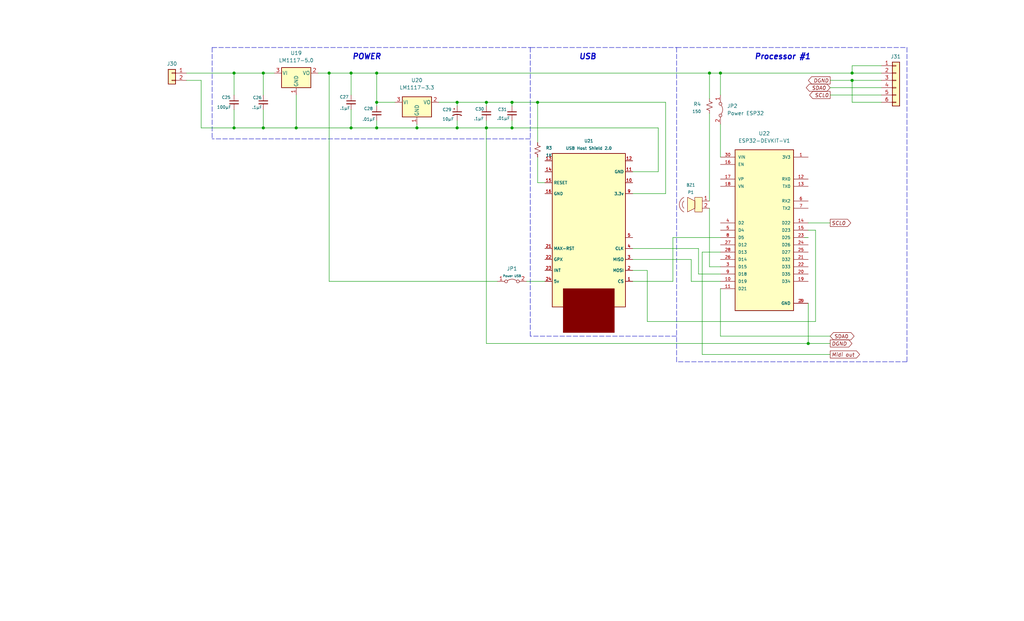
<source format=kicad_sch>
(kicad_sch (version 20211123) (generator eeschema)

  (uuid 0bc86cc1-c86c-41e0-9315-281c18af05f0)

  (paper "USLegal")

  (title_block
    (title "Synth #2")
    (date "2023-07-27")
    (rev "0.1")
    (company "      MLE Tech                  Cedar Park, TX")
    (comment 2 "In Development")
  )

  (lib_symbols
    (symbol "Connector_Generic:Conn_01x02" (pin_names (offset 1.016) hide) (in_bom yes) (on_board yes)
      (property "Reference" "J" (id 0) (at 0 2.54 0)
        (effects (font (size 1.27 1.27)))
      )
      (property "Value" "Conn_01x02" (id 1) (at 0 -5.08 0)
        (effects (font (size 1.27 1.27)))
      )
      (property "Footprint" "" (id 2) (at 0 0 0)
        (effects (font (size 1.27 1.27)) hide)
      )
      (property "Datasheet" "~" (id 3) (at 0 0 0)
        (effects (font (size 1.27 1.27)) hide)
      )
      (property "ki_keywords" "connector" (id 4) (at 0 0 0)
        (effects (font (size 1.27 1.27)) hide)
      )
      (property "ki_description" "Generic connector, single row, 01x02, script generated (kicad-library-utils/schlib/autogen/connector/)" (id 5) (at 0 0 0)
        (effects (font (size 1.27 1.27)) hide)
      )
      (property "ki_fp_filters" "Connector*:*_1x??_*" (id 6) (at 0 0 0)
        (effects (font (size 1.27 1.27)) hide)
      )
      (symbol "Conn_01x02_1_1"
        (rectangle (start -1.27 -2.413) (end 0 -2.667)
          (stroke (width 0.1524) (type default) (color 0 0 0 0))
          (fill (type none))
        )
        (rectangle (start -1.27 0.127) (end 0 -0.127)
          (stroke (width 0.1524) (type default) (color 0 0 0 0))
          (fill (type none))
        )
        (rectangle (start -1.27 1.27) (end 1.27 -3.81)
          (stroke (width 0.254) (type default) (color 0 0 0 0))
          (fill (type background))
        )
        (pin passive line (at -5.08 0 0) (length 3.81)
          (name "Pin_1" (effects (font (size 1.27 1.27))))
          (number "1" (effects (font (size 1.27 1.27))))
        )
        (pin passive line (at -5.08 -2.54 0) (length 3.81)
          (name "Pin_2" (effects (font (size 1.27 1.27))))
          (number "2" (effects (font (size 1.27 1.27))))
        )
      )
    )
    (symbol "Connector_Generic:Conn_01x06" (pin_names (offset 1.016) hide) (in_bom yes) (on_board yes)
      (property "Reference" "J" (id 0) (at 0 7.62 0)
        (effects (font (size 1.27 1.27)))
      )
      (property "Value" "Conn_01x06" (id 1) (at 0 -10.16 0)
        (effects (font (size 1.27 1.27)))
      )
      (property "Footprint" "" (id 2) (at 0 0 0)
        (effects (font (size 1.27 1.27)) hide)
      )
      (property "Datasheet" "~" (id 3) (at 0 0 0)
        (effects (font (size 1.27 1.27)) hide)
      )
      (property "ki_keywords" "connector" (id 4) (at 0 0 0)
        (effects (font (size 1.27 1.27)) hide)
      )
      (property "ki_description" "Generic connector, single row, 01x06, script generated (kicad-library-utils/schlib/autogen/connector/)" (id 5) (at 0 0 0)
        (effects (font (size 1.27 1.27)) hide)
      )
      (property "ki_fp_filters" "Connector*:*_1x??_*" (id 6) (at 0 0 0)
        (effects (font (size 1.27 1.27)) hide)
      )
      (symbol "Conn_01x06_1_1"
        (rectangle (start -1.27 -7.493) (end 0 -7.747)
          (stroke (width 0.1524) (type default) (color 0 0 0 0))
          (fill (type none))
        )
        (rectangle (start -1.27 -4.953) (end 0 -5.207)
          (stroke (width 0.1524) (type default) (color 0 0 0 0))
          (fill (type none))
        )
        (rectangle (start -1.27 -2.413) (end 0 -2.667)
          (stroke (width 0.1524) (type default) (color 0 0 0 0))
          (fill (type none))
        )
        (rectangle (start -1.27 0.127) (end 0 -0.127)
          (stroke (width 0.1524) (type default) (color 0 0 0 0))
          (fill (type none))
        )
        (rectangle (start -1.27 2.667) (end 0 2.413)
          (stroke (width 0.1524) (type default) (color 0 0 0 0))
          (fill (type none))
        )
        (rectangle (start -1.27 5.207) (end 0 4.953)
          (stroke (width 0.1524) (type default) (color 0 0 0 0))
          (fill (type none))
        )
        (rectangle (start -1.27 6.35) (end 1.27 -8.89)
          (stroke (width 0.254) (type default) (color 0 0 0 0))
          (fill (type background))
        )
        (pin passive line (at -5.08 5.08 0) (length 3.81)
          (name "Pin_1" (effects (font (size 1.27 1.27))))
          (number "1" (effects (font (size 1.27 1.27))))
        )
        (pin passive line (at -5.08 2.54 0) (length 3.81)
          (name "Pin_2" (effects (font (size 1.27 1.27))))
          (number "2" (effects (font (size 1.27 1.27))))
        )
        (pin passive line (at -5.08 0 0) (length 3.81)
          (name "Pin_3" (effects (font (size 1.27 1.27))))
          (number "3" (effects (font (size 1.27 1.27))))
        )
        (pin passive line (at -5.08 -2.54 0) (length 3.81)
          (name "Pin_4" (effects (font (size 1.27 1.27))))
          (number "4" (effects (font (size 1.27 1.27))))
        )
        (pin passive line (at -5.08 -5.08 0) (length 3.81)
          (name "Pin_5" (effects (font (size 1.27 1.27))))
          (number "5" (effects (font (size 1.27 1.27))))
        )
        (pin passive line (at -5.08 -7.62 0) (length 3.81)
          (name "Pin_6" (effects (font (size 1.27 1.27))))
          (number "6" (effects (font (size 1.27 1.27))))
        )
      )
    )
    (symbol "Device:C_Polarized_Small_US" (pin_numbers hide) (pin_names (offset 0.254) hide) (in_bom yes) (on_board yes)
      (property "Reference" "C" (id 0) (at 0.254 1.778 0)
        (effects (font (size 1.27 1.27)) (justify left))
      )
      (property "Value" "C_Polarized_Small_US" (id 1) (at 0.254 -2.032 0)
        (effects (font (size 1.27 1.27)) (justify left))
      )
      (property "Footprint" "" (id 2) (at 0 0 0)
        (effects (font (size 1.27 1.27)) hide)
      )
      (property "Datasheet" "~" (id 3) (at 0 0 0)
        (effects (font (size 1.27 1.27)) hide)
      )
      (property "ki_keywords" "cap capacitor" (id 4) (at 0 0 0)
        (effects (font (size 1.27 1.27)) hide)
      )
      (property "ki_description" "Polarized capacitor, small US symbol" (id 5) (at 0 0 0)
        (effects (font (size 1.27 1.27)) hide)
      )
      (property "ki_fp_filters" "CP_*" (id 6) (at 0 0 0)
        (effects (font (size 1.27 1.27)) hide)
      )
      (symbol "C_Polarized_Small_US_0_1"
        (polyline
          (pts
            (xy -1.524 0.508)
            (xy 1.524 0.508)
          )
          (stroke (width 0.3048) (type default) (color 0 0 0 0))
          (fill (type none))
        )
        (polyline
          (pts
            (xy -1.27 1.524)
            (xy -0.762 1.524)
          )
          (stroke (width 0) (type default) (color 0 0 0 0))
          (fill (type none))
        )
        (polyline
          (pts
            (xy -1.016 1.27)
            (xy -1.016 1.778)
          )
          (stroke (width 0) (type default) (color 0 0 0 0))
          (fill (type none))
        )
        (arc (start 1.524 -0.762) (mid 0 -0.3734) (end -1.524 -0.762)
          (stroke (width 0.3048) (type default) (color 0 0 0 0))
          (fill (type none))
        )
      )
      (symbol "C_Polarized_Small_US_1_1"
        (pin passive line (at 0 2.54 270) (length 2.032)
          (name "~" (effects (font (size 1.27 1.27))))
          (number "1" (effects (font (size 1.27 1.27))))
        )
        (pin passive line (at 0 -2.54 90) (length 2.032)
          (name "~" (effects (font (size 1.27 1.27))))
          (number "2" (effects (font (size 1.27 1.27))))
        )
      )
    )
    (symbol "Device:C_Small" (pin_numbers hide) (pin_names (offset 0.254) hide) (in_bom yes) (on_board yes)
      (property "Reference" "C" (id 0) (at 0.254 1.778 0)
        (effects (font (size 1.27 1.27)) (justify left))
      )
      (property "Value" "C_Small" (id 1) (at 0.254 -2.032 0)
        (effects (font (size 1.27 1.27)) (justify left))
      )
      (property "Footprint" "" (id 2) (at 0 0 0)
        (effects (font (size 1.27 1.27)) hide)
      )
      (property "Datasheet" "~" (id 3) (at 0 0 0)
        (effects (font (size 1.27 1.27)) hide)
      )
      (property "ki_keywords" "capacitor cap" (id 4) (at 0 0 0)
        (effects (font (size 1.27 1.27)) hide)
      )
      (property "ki_description" "Unpolarized capacitor, small symbol" (id 5) (at 0 0 0)
        (effects (font (size 1.27 1.27)) hide)
      )
      (property "ki_fp_filters" "C_*" (id 6) (at 0 0 0)
        (effects (font (size 1.27 1.27)) hide)
      )
      (symbol "C_Small_0_1"
        (polyline
          (pts
            (xy -1.524 -0.508)
            (xy 1.524 -0.508)
          )
          (stroke (width 0.3302) (type default) (color 0 0 0 0))
          (fill (type none))
        )
        (polyline
          (pts
            (xy -1.524 0.508)
            (xy 1.524 0.508)
          )
          (stroke (width 0.3048) (type default) (color 0 0 0 0))
          (fill (type none))
        )
      )
      (symbol "C_Small_1_1"
        (pin passive line (at 0 2.54 270) (length 2.032)
          (name "~" (effects (font (size 1.27 1.27))))
          (number "1" (effects (font (size 1.27 1.27))))
        )
        (pin passive line (at 0 -2.54 90) (length 2.032)
          (name "~" (effects (font (size 1.27 1.27))))
          (number "2" (effects (font (size 1.27 1.27))))
        )
      )
    )
    (symbol "Device:R_Small_US" (pin_numbers hide) (pin_names (offset 0.254) hide) (in_bom yes) (on_board yes)
      (property "Reference" "R" (id 0) (at 0.762 0.508 0)
        (effects (font (size 1.27 1.27)) (justify left))
      )
      (property "Value" "R_Small_US" (id 1) (at 0.762 -1.016 0)
        (effects (font (size 1.27 1.27)) (justify left))
      )
      (property "Footprint" "" (id 2) (at 0 0 0)
        (effects (font (size 1.27 1.27)) hide)
      )
      (property "Datasheet" "~" (id 3) (at 0 0 0)
        (effects (font (size 1.27 1.27)) hide)
      )
      (property "ki_keywords" "r resistor" (id 4) (at 0 0 0)
        (effects (font (size 1.27 1.27)) hide)
      )
      (property "ki_description" "Resistor, small US symbol" (id 5) (at 0 0 0)
        (effects (font (size 1.27 1.27)) hide)
      )
      (property "ki_fp_filters" "R_*" (id 6) (at 0 0 0)
        (effects (font (size 1.27 1.27)) hide)
      )
      (symbol "R_Small_US_1_1"
        (polyline
          (pts
            (xy 0 0)
            (xy 1.016 -0.381)
            (xy 0 -0.762)
            (xy -1.016 -1.143)
            (xy 0 -1.524)
          )
          (stroke (width 0) (type default) (color 0 0 0 0))
          (fill (type none))
        )
        (polyline
          (pts
            (xy 0 1.524)
            (xy 1.016 1.143)
            (xy 0 0.762)
            (xy -1.016 0.381)
            (xy 0 0)
          )
          (stroke (width 0) (type default) (color 0 0 0 0))
          (fill (type none))
        )
        (pin passive line (at 0 2.54 270) (length 1.016)
          (name "~" (effects (font (size 1.27 1.27))))
          (number "1" (effects (font (size 1.27 1.27))))
        )
        (pin passive line (at 0 -2.54 90) (length 1.016)
          (name "~" (effects (font (size 1.27 1.27))))
          (number "2" (effects (font (size 1.27 1.27))))
        )
      )
    )
    (symbol "ESP32-DEVKIT-V1:ESP32-DEVKIT-V1" (pin_names (offset 1.016)) (in_bom yes) (on_board yes)
      (property "Reference" "U" (id 0) (at -10.16 30.48 0)
        (effects (font (size 1.27 1.27)) (justify left top))
      )
      (property "Value" "ESP32-DEVKIT-V1" (id 1) (at -10.16 -30.48 0)
        (effects (font (size 1.27 1.27)) (justify left bottom))
      )
      (property "Footprint" "MODULE_ESP32_DEVKIT_V1" (id 2) (at 0 0 0)
        (effects (font (size 1.27 1.27)) (justify bottom) hide)
      )
      (property "Datasheet" "" (id 3) (at 0 0 0)
        (effects (font (size 1.27 1.27)) hide)
      )
      (property "PARTREV" "N/A" (id 4) (at 0 0 0)
        (effects (font (size 1.27 1.27)) (justify bottom) hide)
      )
      (property "MAXIMUM_PACKAGE_HEIGHT" "6.8 mm" (id 5) (at 0 0 0)
        (effects (font (size 1.27 1.27)) (justify bottom) hide)
      )
      (property "STANDARD" "Manufacturer Recommendations" (id 6) (at 0 0 0)
        (effects (font (size 1.27 1.27)) (justify bottom) hide)
      )
      (property "MANUFACTURER" "DOIT" (id 7) (at 0 0 0)
        (effects (font (size 1.27 1.27)) (justify bottom) hide)
      )
      (symbol "ESP32-DEVKIT-V1_0_0"
        (rectangle (start -10.16 -27.94) (end 10.16 27.94)
          (stroke (width 0.254) (type default) (color 0 0 0 0))
          (fill (type background))
        )
        (pin output line (at 15.24 25.4 180) (length 5.08)
          (name "3V3" (effects (font (size 1.016 1.016))))
          (number "1" (effects (font (size 1.016 1.016))))
        )
        (pin bidirectional line (at -15.24 -17.78 0) (length 5.08)
          (name "D19" (effects (font (size 1.016 1.016))))
          (number "10" (effects (font (size 1.016 1.016))))
        )
        (pin bidirectional line (at -15.24 -20.32 0) (length 5.08)
          (name "D21" (effects (font (size 1.016 1.016))))
          (number "11" (effects (font (size 1.016 1.016))))
        )
        (pin input line (at 15.24 17.78 180) (length 5.08)
          (name "RX0" (effects (font (size 1.016 1.016))))
          (number "12" (effects (font (size 1.016 1.016))))
        )
        (pin output line (at 15.24 15.24 180) (length 5.08)
          (name "TX0" (effects (font (size 1.016 1.016))))
          (number "13" (effects (font (size 1.016 1.016))))
        )
        (pin bidirectional line (at 15.24 2.54 180) (length 5.08)
          (name "D22" (effects (font (size 1.016 1.016))))
          (number "14" (effects (font (size 1.016 1.016))))
        )
        (pin bidirectional line (at 15.24 0 180) (length 5.08)
          (name "D23" (effects (font (size 1.016 1.016))))
          (number "15" (effects (font (size 1.016 1.016))))
        )
        (pin input line (at -15.24 22.86 0) (length 5.08)
          (name "EN" (effects (font (size 1.016 1.016))))
          (number "16" (effects (font (size 1.016 1.016))))
        )
        (pin bidirectional line (at -15.24 17.78 0) (length 5.08)
          (name "VP" (effects (font (size 1.016 1.016))))
          (number "17" (effects (font (size 1.016 1.016))))
        )
        (pin bidirectional line (at -15.24 15.24 0) (length 5.08)
          (name "VN" (effects (font (size 1.016 1.016))))
          (number "18" (effects (font (size 1.016 1.016))))
        )
        (pin bidirectional line (at 15.24 -17.78 180) (length 5.08)
          (name "D34" (effects (font (size 1.016 1.016))))
          (number "19" (effects (font (size 1.016 1.016))))
        )
        (pin power_in line (at 15.24 -25.4 180) (length 5.08)
          (name "GND" (effects (font (size 1.016 1.016))))
          (number "2" (effects (font (size 1.016 1.016))))
        )
        (pin bidirectional line (at 15.24 -15.24 180) (length 5.08)
          (name "D35" (effects (font (size 1.016 1.016))))
          (number "20" (effects (font (size 1.016 1.016))))
        )
        (pin bidirectional line (at 15.24 -10.16 180) (length 5.08)
          (name "D32" (effects (font (size 1.016 1.016))))
          (number "21" (effects (font (size 1.016 1.016))))
        )
        (pin bidirectional line (at 15.24 -12.7 180) (length 5.08)
          (name "D33" (effects (font (size 1.016 1.016))))
          (number "22" (effects (font (size 1.016 1.016))))
        )
        (pin bidirectional line (at 15.24 -2.54 180) (length 5.08)
          (name "D25" (effects (font (size 1.016 1.016))))
          (number "23" (effects (font (size 1.016 1.016))))
        )
        (pin bidirectional line (at 15.24 -5.08 180) (length 5.08)
          (name "D26" (effects (font (size 1.016 1.016))))
          (number "24" (effects (font (size 1.016 1.016))))
        )
        (pin bidirectional line (at 15.24 -7.62 180) (length 5.08)
          (name "D27" (effects (font (size 1.016 1.016))))
          (number "25" (effects (font (size 1.016 1.016))))
        )
        (pin bidirectional line (at -15.24 -10.16 0) (length 5.08)
          (name "D14" (effects (font (size 1.016 1.016))))
          (number "26" (effects (font (size 1.016 1.016))))
        )
        (pin bidirectional line (at -15.24 -5.08 0) (length 5.08)
          (name "D12" (effects (font (size 1.016 1.016))))
          (number "27" (effects (font (size 1.016 1.016))))
        )
        (pin bidirectional line (at -15.24 -7.62 0) (length 5.08)
          (name "D13" (effects (font (size 1.016 1.016))))
          (number "28" (effects (font (size 1.016 1.016))))
        )
        (pin power_in line (at 15.24 -25.4 180) (length 5.08)
          (name "GND" (effects (font (size 1.016 1.016))))
          (number "29" (effects (font (size 1.016 1.016))))
        )
        (pin bidirectional line (at -15.24 -12.7 0) (length 5.08)
          (name "D15" (effects (font (size 1.016 1.016))))
          (number "3" (effects (font (size 1.016 1.016))))
        )
        (pin input line (at -15.24 25.4 0) (length 5.08)
          (name "VIN" (effects (font (size 1.016 1.016))))
          (number "30" (effects (font (size 1.016 1.016))))
        )
        (pin bidirectional line (at -15.24 2.54 0) (length 5.08)
          (name "D2" (effects (font (size 1.016 1.016))))
          (number "4" (effects (font (size 1.016 1.016))))
        )
        (pin bidirectional line (at -15.24 0 0) (length 5.08)
          (name "D4" (effects (font (size 1.016 1.016))))
          (number "5" (effects (font (size 1.016 1.016))))
        )
        (pin input line (at 15.24 10.16 180) (length 5.08)
          (name "RX2" (effects (font (size 1.016 1.016))))
          (number "6" (effects (font (size 1.016 1.016))))
        )
        (pin output line (at 15.24 7.62 180) (length 5.08)
          (name "TX2" (effects (font (size 1.016 1.016))))
          (number "7" (effects (font (size 1.016 1.016))))
        )
        (pin bidirectional line (at -15.24 -2.54 0) (length 5.08)
          (name "D5" (effects (font (size 1.016 1.016))))
          (number "8" (effects (font (size 1.016 1.016))))
        )
        (pin bidirectional line (at -15.24 -15.24 0) (length 5.08)
          (name "D18" (effects (font (size 1.016 1.016))))
          (number "9" (effects (font (size 1.016 1.016))))
        )
      )
    )
    (symbol "Jumper:Jumper_2_Bridged" (pin_names (offset 0) hide) (in_bom yes) (on_board yes)
      (property "Reference" "JP" (id 0) (at 0 1.905 0)
        (effects (font (size 1.27 1.27)))
      )
      (property "Value" "Jumper_2_Bridged" (id 1) (at 0 -2.54 0)
        (effects (font (size 1.27 1.27)))
      )
      (property "Footprint" "" (id 2) (at 0 0 0)
        (effects (font (size 1.27 1.27)) hide)
      )
      (property "Datasheet" "~" (id 3) (at 0 0 0)
        (effects (font (size 1.27 1.27)) hide)
      )
      (property "ki_keywords" "Jumper SPST" (id 4) (at 0 0 0)
        (effects (font (size 1.27 1.27)) hide)
      )
      (property "ki_description" "Jumper, 2-pole, closed/bridged" (id 5) (at 0 0 0)
        (effects (font (size 1.27 1.27)) hide)
      )
      (property "ki_fp_filters" "Jumper* TestPoint*2Pads* TestPoint*Bridge*" (id 6) (at 0 0 0)
        (effects (font (size 1.27 1.27)) hide)
      )
      (symbol "Jumper_2_Bridged_0_0"
        (circle (center -2.032 0) (radius 0.508)
          (stroke (width 0) (type default) (color 0 0 0 0))
          (fill (type none))
        )
        (circle (center 2.032 0) (radius 0.508)
          (stroke (width 0) (type default) (color 0 0 0 0))
          (fill (type none))
        )
      )
      (symbol "Jumper_2_Bridged_0_1"
        (arc (start 1.524 0.254) (mid 0 0.762) (end -1.524 0.254)
          (stroke (width 0) (type default) (color 0 0 0 0))
          (fill (type none))
        )
      )
      (symbol "Jumper_2_Bridged_1_1"
        (pin passive line (at -5.08 0 0) (length 2.54)
          (name "A" (effects (font (size 1.27 1.27))))
          (number "1" (effects (font (size 1.27 1.27))))
        )
        (pin passive line (at 5.08 0 180) (length 2.54)
          (name "B" (effects (font (size 1.27 1.27))))
          (number "2" (effects (font (size 1.27 1.27))))
        )
      )
    )
    (symbol "Module-Max3421EE:USB Host Shield 2.0" (in_bom yes) (on_board yes)
      (property "Reference" "U?" (id 0) (at 0 31.75 0)
        (effects (font (size 1.016 1.016)))
      )
      (property "Value" "USB Host Shield 2.0" (id 1) (at 0 29.21 0)
        (effects (font (size 1.016 1.016)))
      )
      (property "Footprint" "" (id 2) (at 41.91 -36.83 0)
        (effects (font (size 1.27 1.27) italic) hide)
      )
      (property "Datasheet" "" (id 3) (at 26.67 -43.18 0)
        (effects (font (size 1.27 1.27)) hide)
      )
      (property "ki_keywords" "MCS-51 8bit Flash Microcontroller" (id 4) (at 0 0 0)
        (effects (font (size 1.27 1.27)) hide)
      )
      (property "ki_description" "24MHz, 4kB Flash, 256B SRAM, DIP-20" (id 5) (at 0 0 0)
        (effects (font (size 1.27 1.27)) hide)
      )
      (property "ki_fp_filters" "DIP*W7.62mm*" (id 6) (at 0 0 0)
        (effects (font (size 1.27 1.27)) hide)
      )
      (symbol "USB Host Shield 2.0_0_1"
        (rectangle (start -12.7 25.4) (end 12.7 -27.94)
          (stroke (width 0.254) (type default) (color 0 0 0 0))
          (fill (type background))
        )
        (rectangle (start -8.89 34.29) (end 8.89 19.05)
          (stroke (width 0) (type default) (color 0 0 0 0))
          (fill (type outline))
        )
      )
      (symbol "USB Host Shield 2.0_1_1"
        (pin input line (at -15.24 16.51 0) (length 2.54)
          (name "CS" (effects (font (size 1.016 1.016))))
          (number "1" (effects (font (size 1.016 1.016))))
        )
        (pin output line (at -15.24 -17.78 0) (length 2.54)
          (name "" (effects (font (size 1.016 1.016))))
          (number "10" (effects (font (size 1.016 1.016))))
        )
        (pin power_out line (at -15.24 -21.59 0) (length 2.54)
          (name "GND" (effects (font (size 1.016 1.016))))
          (number "11" (effects (font (size 1.016 1.016))))
        )
        (pin output line (at -15.24 -25.4 0) (length 2.54)
          (name "" (effects (font (size 1.016 1.016))))
          (number "12" (effects (font (size 1.016 1.016))))
        )
        (pin output line (at 15.24 -25.4 180) (length 2.54)
          (name "" (effects (font (size 1.016 1.016))))
          (number "13" (effects (font (size 1.016 1.016))))
        )
        (pin output line (at 15.24 -21.59 180) (length 2.54)
          (name "" (effects (font (size 1.016 1.016))))
          (number "14" (effects (font (size 1.016 1.016))))
        )
        (pin input line (at 15.24 -17.78 180) (length 2.54)
          (name "RESET" (effects (font (size 1.016 1.016))))
          (number "15" (effects (font (size 1.016 1.016))))
        )
        (pin power_in line (at 15.24 -13.97 180) (length 2.54)
          (name "GND" (effects (font (size 1.016 1.016))))
          (number "16" (effects (font (size 1.016 1.016))))
        )
        (pin input line (at -15.24 12.7 0) (length 2.54)
          (name "MOSI" (effects (font (size 1.016 1.016))))
          (number "2" (effects (font (size 1.016 1.016))))
        )
        (pin input line (at 15.24 5.08 180) (length 2.54)
          (name "MAX-RST" (effects (font (size 1.016 1.016))))
          (number "21" (effects (font (size 1.016 1.016))))
        )
        (pin free line (at 15.24 8.89 180) (length 2.54)
          (name "GPX" (effects (font (size 1.016 1.016))))
          (number "22" (effects (font (size 1.016 1.016))))
        )
        (pin input line (at 15.24 12.7 180) (length 2.54)
          (name "INT" (effects (font (size 1.016 1.016))))
          (number "23" (effects (font (size 1.016 1.016))))
        )
        (pin power_in line (at 15.24 16.51 180) (length 2.54)
          (name "5v" (effects (font (size 1.016 1.016))))
          (number "24" (effects (font (size 1.016 1.016))))
        )
        (pin output line (at -15.24 8.89 0) (length 2.54)
          (name "MISO" (effects (font (size 1.016 1.016))))
          (number "3" (effects (font (size 1.016 1.016))))
        )
        (pin input line (at -15.24 5.08 0) (length 2.54)
          (name "CLK" (effects (font (size 1.016 1.016))))
          (number "4" (effects (font (size 1.016 1.016))))
        )
        (pin free line (at -15.24 1.27 0) (length 2.54)
          (name "" (effects (font (size 1.016 1.016))))
          (number "5" (effects (font (size 1.016 1.016))))
        )
        (pin power_in line (at -15.24 -13.97 0) (length 2.54)
          (name "3.3v" (effects (font (size 1.016 1.016))))
          (number "9" (effects (font (size 1.016 1.016))))
        )
      )
    )
    (symbol "Regulator_Linear:LM1117-3.3" (pin_names (offset 0.254)) (in_bom yes) (on_board yes)
      (property "Reference" "U" (id 0) (at -3.81 3.175 0)
        (effects (font (size 1.27 1.27)))
      )
      (property "Value" "LM1117-3.3" (id 1) (at 0 3.175 0)
        (effects (font (size 1.27 1.27)) (justify left))
      )
      (property "Footprint" "" (id 2) (at 0 0 0)
        (effects (font (size 1.27 1.27)) hide)
      )
      (property "Datasheet" "http://www.ti.com/lit/ds/symlink/lm1117.pdf" (id 3) (at 0 0 0)
        (effects (font (size 1.27 1.27)) hide)
      )
      (property "ki_keywords" "linear regulator ldo fixed positive" (id 4) (at 0 0 0)
        (effects (font (size 1.27 1.27)) hide)
      )
      (property "ki_description" "800mA Low-Dropout Linear Regulator, 3.3V fixed output, TO-220/TO-252/TO-263/SOT-223" (id 5) (at 0 0 0)
        (effects (font (size 1.27 1.27)) hide)
      )
      (property "ki_fp_filters" "SOT?223* TO?263* TO?252* TO?220*" (id 6) (at 0 0 0)
        (effects (font (size 1.27 1.27)) hide)
      )
      (symbol "LM1117-3.3_0_1"
        (rectangle (start -5.08 -5.08) (end 5.08 1.905)
          (stroke (width 0.254) (type default) (color 0 0 0 0))
          (fill (type background))
        )
      )
      (symbol "LM1117-3.3_1_1"
        (pin power_in line (at 0 -7.62 90) (length 2.54)
          (name "GND" (effects (font (size 1.27 1.27))))
          (number "1" (effects (font (size 1.27 1.27))))
        )
        (pin power_out line (at 7.62 0 180) (length 2.54)
          (name "VO" (effects (font (size 1.27 1.27))))
          (number "2" (effects (font (size 1.27 1.27))))
        )
        (pin power_in line (at -7.62 0 0) (length 2.54)
          (name "VI" (effects (font (size 1.27 1.27))))
          (number "3" (effects (font (size 1.27 1.27))))
        )
      )
    )
    (symbol "Regulator_Linear:LM1117-5.0" (pin_names (offset 0.254)) (in_bom yes) (on_board yes)
      (property "Reference" "U" (id 0) (at -3.81 3.175 0)
        (effects (font (size 1.27 1.27)))
      )
      (property "Value" "LM1117-5.0" (id 1) (at 0 3.175 0)
        (effects (font (size 1.27 1.27)) (justify left))
      )
      (property "Footprint" "" (id 2) (at 0 0 0)
        (effects (font (size 1.27 1.27)) hide)
      )
      (property "Datasheet" "http://www.ti.com/lit/ds/symlink/lm1117.pdf" (id 3) (at 0 0 0)
        (effects (font (size 1.27 1.27)) hide)
      )
      (property "ki_keywords" "linear regulator ldo fixed positive" (id 4) (at 0 0 0)
        (effects (font (size 1.27 1.27)) hide)
      )
      (property "ki_description" "800mA Low-Dropout Linear Regulator, 5.0V fixed output, TO-220/TO-252/TO-263/SOT-223" (id 5) (at 0 0 0)
        (effects (font (size 1.27 1.27)) hide)
      )
      (property "ki_fp_filters" "SOT?223* TO?263* TO?252* TO?220*" (id 6) (at 0 0 0)
        (effects (font (size 1.27 1.27)) hide)
      )
      (symbol "LM1117-5.0_0_1"
        (rectangle (start -5.08 -5.08) (end 5.08 1.905)
          (stroke (width 0.254) (type default) (color 0 0 0 0))
          (fill (type background))
        )
      )
      (symbol "LM1117-5.0_1_1"
        (pin power_in line (at 0 -7.62 90) (length 2.54)
          (name "GND" (effects (font (size 1.27 1.27))))
          (number "1" (effects (font (size 1.27 1.27))))
        )
        (pin power_out line (at 7.62 0 180) (length 2.54)
          (name "VO" (effects (font (size 1.27 1.27))))
          (number "2" (effects (font (size 1.27 1.27))))
        )
        (pin power_in line (at -7.62 0 0) (length 2.54)
          (name "VI" (effects (font (size 1.27 1.27))))
          (number "3" (effects (font (size 1.27 1.27))))
        )
      )
    )
    (symbol "dk_Alarms-Buzzers-and-Sirens:PKMCS0909E4000-R1" (pin_names (offset 0.0254)) (in_bom yes) (on_board yes)
      (property "Reference" "BZ" (id 0) (at 0 5.08 0)
        (effects (font (size 1.524 1.524)) (justify left))
      )
      (property "Value" "PKMCS0909E4000-R1" (id 1) (at -2.54 -2.54 0)
        (effects (font (size 1.524 1.524)) (justify left))
      )
      (property "Footprint" "digikey-footprints:Piezo_9x9mm_PKMCS0909E4000-R1" (id 2) (at 5.08 5.08 0)
        (effects (font (size 1.524 1.524)) (justify left) hide)
      )
      (property "Datasheet" "https://www.murata.com/~/media/webrenewal/products/sound/sounder/vppt-buzj083-d.ashx" (id 3) (at 5.08 7.62 0)
        (effects (font (size 1.524 1.524)) (justify left) hide)
      )
      (property "Digi-Key_PN" "490-9647-1-ND" (id 4) (at 5.08 10.16 0)
        (effects (font (size 1.524 1.524)) (justify left) hide)
      )
      (property "MPN" "PKMCS0909E4000-R1" (id 5) (at 5.08 12.7 0)
        (effects (font (size 1.524 1.524)) (justify left) hide)
      )
      (property "Category" "Audio Products" (id 6) (at 5.08 15.24 0)
        (effects (font (size 1.524 1.524)) (justify left) hide)
      )
      (property "Family" "Alarms, Buzzers, and Sirens" (id 7) (at 5.08 17.78 0)
        (effects (font (size 1.524 1.524)) (justify left) hide)
      )
      (property "DK_Datasheet_Link" "https://www.murata.com/~{/media/webrenewal/products/sound/sounder/vppt-buzj083-d.ashx}" (id 8) (at 5.08 20.32 0)
        (effects (font (size 1.524 1.524)) (justify left) hide)
      )
      (property "DK_Detail_Page" "/product-detail/en/murata-electronics-north-america/PKMCS0909E4000-R1/490-9647-1-ND/4878401" (id 9) (at 5.08 22.86 0)
        (effects (font (size 1.524 1.524)) (justify left) hide)
      )
      (property "Description" "AUDIO PIEZO TRANSDUCER 12.5V SMD" (id 10) (at 5.08 25.4 0)
        (effects (font (size 1.524 1.524)) (justify left) hide)
      )
      (property "Manufacturer" "Murata Electronics North America" (id 11) (at 5.08 27.94 0)
        (effects (font (size 1.524 1.524)) (justify left) hide)
      )
      (property "Status" "Active" (id 12) (at 5.08 30.48 0)
        (effects (font (size 1.524 1.524)) (justify left) hide)
      )
      (property "ki_keywords" "490-9647-1-ND PK" (id 13) (at 0 0 0)
        (effects (font (size 1.27 1.27)) hide)
      )
      (property "ki_description" "AUDIO PIEZO TRANSDUCER 12.5V SMD" (id 14) (at 0 0 0)
        (effects (font (size 1.27 1.27)) hide)
      )
      (symbol "PKMCS0909E4000-R1_0_1"
        (polyline
          (pts
            (xy 2.54 2.54)
            (xy 5.08 3.81)
            (xy 5.08 -1.27)
            (xy 2.54 0)
            (xy 2.54 2.54)
          )
          (stroke (width 0) (type default) (color 0 0 0 0))
          (fill (type background))
        )
        (rectangle (start 0 3.81) (end 2.54 -1.27)
          (stroke (width 0) (type default) (color 0 0 0 0))
          (fill (type background))
        )
        (arc (start 6.35 -1.27) (mid 7.9198 1.27) (end 6.35 3.81)
          (stroke (width 0) (type default) (color 0 0 0 0))
          (fill (type none))
        )
        (arc (start 6.35 0) (mid 6.8761 1.27) (end 6.35 2.54)
          (stroke (width 0) (type default) (color 0 0 0 0))
          (fill (type none))
        )
      )
      (symbol "PKMCS0909E4000-R1_1_1"
        (pin input line (at -2.54 2.54 0) (length 2.54)
          (name "~" (effects (font (size 1.27 1.27))))
          (number "1" (effects (font (size 1.27 1.27))))
        )
        (pin input line (at -2.54 0 0) (length 2.54)
          (name "~" (effects (font (size 1.27 1.27))))
          (number "2" (effects (font (size 1.27 1.27))))
        )
      )
    )
  )

  (junction (at 121.92 25.4) (diameter 0) (color 0 0 0 0)
    (uuid 0981f58d-f907-42b4-b89a-eb1ed7234288)
  )
  (junction (at 158.75 35.56) (diameter 0) (color 0 0 0 0)
    (uuid 16262e14-7bfb-4119-a9de-985d798b269b)
  )
  (junction (at 81.28 44.45) (diameter 0) (color 0 0 0 0)
    (uuid 1d87dd30-8e50-4366-863d-fb01c4f4fbac)
  )
  (junction (at 114.3 25.4) (diameter 0) (color 0 0 0 0)
    (uuid 3678def7-8bef-4ded-8a67-f5f3c549b819)
  )
  (junction (at 102.87 44.45) (diameter 0) (color 0 0 0 0)
    (uuid 41079abc-5fc5-466b-aa96-379a529e9046)
  )
  (junction (at 246.38 25.4) (diameter 0) (color 0 0 0 0)
    (uuid 43b43272-0d6f-4f1f-bdef-64ad89df4053)
  )
  (junction (at 158.75 44.45) (diameter 0) (color 0 0 0 0)
    (uuid 5081a042-3f84-45ba-a430-2955739497ee)
  )
  (junction (at 280.67 119.38) (diameter 0) (color 0 0 0 0)
    (uuid 5814dca4-777f-42b7-9185-8dcea3d92c97)
  )
  (junction (at 91.44 44.45) (diameter 0) (color 0 0 0 0)
    (uuid 5c55b29b-6aef-4f75-811f-ebbeff5a5ea0)
  )
  (junction (at 177.8 44.45) (diameter 0) (color 0 0 0 0)
    (uuid 5c7ecf7b-e10e-461e-af99-d9e2cd3f50c2)
  )
  (junction (at 130.81 35.56) (diameter 0) (color 0 0 0 0)
    (uuid 69cc1999-0e93-4e7f-bf5f-31232f5c8011)
  )
  (junction (at 168.91 35.56) (diameter 0) (color 0 0 0 0)
    (uuid 727c24fb-0e0b-4447-aa11-04f310025690)
  )
  (junction (at 250.19 25.4) (diameter 0) (color 0 0 0 0)
    (uuid 7b14905c-ad77-4373-a5a8-f519e14fe95f)
  )
  (junction (at 295.91 25.4) (diameter 0) (color 0 0 0 0)
    (uuid 8bad824e-3be5-4d53-ad50-7a9d14fde57d)
  )
  (junction (at 177.8 35.56) (diameter 0) (color 0 0 0 0)
    (uuid 8edd1386-0ee7-4e1e-abb9-9406e3fa328c)
  )
  (junction (at 295.91 27.94) (diameter 0) (color 0 0 0 0)
    (uuid 95dbe67a-8e5b-401d-bde3-f60697b21c1c)
  )
  (junction (at 144.78 44.45) (diameter 0) (color 0 0 0 0)
    (uuid 974cdcc3-ebea-4067-bfdd-ded46a8cf4da)
  )
  (junction (at 186.69 35.56) (diameter 0) (color 0 0 0 0)
    (uuid 99f1a7f1-c8ac-4516-9ba8-c669cfe68b39)
  )
  (junction (at 168.91 44.45) (diameter 0) (color 0 0 0 0)
    (uuid 9f779341-8524-490c-86ca-bf4a0d29b7a4)
  )
  (junction (at 81.28 25.4) (diameter 0) (color 0 0 0 0)
    (uuid 9fbc0a3e-e8df-4044-b459-59454a5d31b6)
  )
  (junction (at 121.92 44.45) (diameter 0) (color 0 0 0 0)
    (uuid a2e7c101-0305-4a08-a1a2-d9066a07be53)
  )
  (junction (at 91.44 25.4) (diameter 0) (color 0 0 0 0)
    (uuid b539f4a6-f0ab-4321-8b04-64a464343952)
  )
  (junction (at 130.81 44.45) (diameter 0) (color 0 0 0 0)
    (uuid b78b9bea-e941-4b01-b277-0f6d151b1e91)
  )
  (junction (at 130.81 25.4) (diameter 0) (color 0 0 0 0)
    (uuid d81b74d6-36cd-453a-ae0c-d5352f7d184f)
  )

  (wire (pts (xy 283.21 111.76) (xy 224.79 111.76))
    (stroke (width 0) (type default) (color 0 0 0 0))
    (uuid 00d225cd-0917-47b5-889d-5858b05af70b)
  )
  (wire (pts (xy 280.67 77.47) (xy 288.29 77.47))
    (stroke (width 0) (type default) (color 0 0 0 0))
    (uuid 039755e0-41a2-4b47-bf5e-9c8665c11f61)
  )
  (wire (pts (xy 242.57 86.36) (xy 242.57 95.25))
    (stroke (width 0) (type default) (color 0 0 0 0))
    (uuid 0deee77e-00ea-48d7-a94e-3445d4947fb9)
  )
  (polyline (pts (xy 234.95 125.73) (xy 234.95 116.84))
    (stroke (width 0) (type default) (color 0 0 0 0))
    (uuid 12626bcc-602d-4844-a114-ecff714ccbb3)
  )

  (wire (pts (xy 130.81 41.91) (xy 130.81 44.45))
    (stroke (width 0) (type default) (color 0 0 0 0))
    (uuid 180efb1c-ad37-4ed1-adc8-d929ffd49d39)
  )
  (wire (pts (xy 152.4 35.56) (xy 158.75 35.56))
    (stroke (width 0) (type default) (color 0 0 0 0))
    (uuid 1c25fa35-4d17-4858-8a85-68d7f5c00a1a)
  )
  (wire (pts (xy 233.68 82.55) (xy 250.19 82.55))
    (stroke (width 0) (type default) (color 0 0 0 0))
    (uuid 1d2da2bc-e3e1-4fdc-bf72-24fd4bab82d3)
  )
  (wire (pts (xy 295.91 27.94) (xy 306.07 27.94))
    (stroke (width 0) (type default) (color 0 0 0 0))
    (uuid 1e4c0b21-663c-4c58-a4d5-cc0ff9de636f)
  )
  (wire (pts (xy 228.6 44.45) (xy 228.6 59.69))
    (stroke (width 0) (type default) (color 0 0 0 0))
    (uuid 1f4ed146-94ba-42fe-b494-39a1d064ebf0)
  )
  (polyline (pts (xy 184.15 16.51) (xy 234.95 16.51))
    (stroke (width 0) (type default) (color 0 0 0 0))
    (uuid 20fdc509-67ec-4755-abcb-b0384fe25fae)
  )

  (wire (pts (xy 168.91 35.56) (xy 177.8 35.56))
    (stroke (width 0) (type default) (color 0 0 0 0))
    (uuid 26aae904-ec5c-4456-b2e2-2237248c9f6b)
  )
  (wire (pts (xy 186.69 49.53) (xy 186.69 35.56))
    (stroke (width 0) (type default) (color 0 0 0 0))
    (uuid 27e60744-ea2b-48a1-8be7-7a92bbca9565)
  )
  (wire (pts (xy 280.67 80.01) (xy 283.21 80.01))
    (stroke (width 0) (type default) (color 0 0 0 0))
    (uuid 2a2704ca-1e38-4667-a57e-250b58db2b2c)
  )
  (wire (pts (xy 288.29 27.94) (xy 295.91 27.94))
    (stroke (width 0) (type default) (color 0 0 0 0))
    (uuid 2bd92b17-8ef4-4b5c-a2cf-ac00ba48cb2e)
  )
  (wire (pts (xy 110.49 25.4) (xy 114.3 25.4))
    (stroke (width 0) (type default) (color 0 0 0 0))
    (uuid 2c8003a7-db9f-45aa-9ba9-6eb8ac189276)
  )
  (wire (pts (xy 250.19 116.84) (xy 288.29 116.84))
    (stroke (width 0) (type default) (color 0 0 0 0))
    (uuid 2cd2768e-22fc-424f-840a-a3832b2d5155)
  )
  (wire (pts (xy 81.28 25.4) (xy 91.44 25.4))
    (stroke (width 0) (type default) (color 0 0 0 0))
    (uuid 2e497503-6aa6-4415-b8a7-ce13d88a45ff)
  )
  (wire (pts (xy 280.67 105.41) (xy 280.67 119.38))
    (stroke (width 0) (type default) (color 0 0 0 0))
    (uuid 2fbf5a94-0033-4cc7-b46e-78bb9dcc77df)
  )
  (wire (pts (xy 246.38 39.37) (xy 246.38 69.85))
    (stroke (width 0) (type default) (color 0 0 0 0))
    (uuid 344f108c-1cb0-431f-8c26-845c4ce5630e)
  )
  (wire (pts (xy 243.84 87.63) (xy 243.84 123.19))
    (stroke (width 0) (type default) (color 0 0 0 0))
    (uuid 4008be2c-7f17-4fee-a6e2-057af712444c)
  )
  (polyline (pts (xy 73.66 16.51) (xy 184.15 16.51))
    (stroke (width 0) (type default) (color 0 0 0 0))
    (uuid 42b58092-d691-40e3-ad64-b50899b511d7)
  )

  (wire (pts (xy 158.75 44.45) (xy 168.91 44.45))
    (stroke (width 0) (type default) (color 0 0 0 0))
    (uuid 447ae3ec-34e5-468b-ad66-d59eca852a4d)
  )
  (wire (pts (xy 250.19 95.25) (xy 242.57 95.25))
    (stroke (width 0) (type default) (color 0 0 0 0))
    (uuid 46f10a4e-7d27-4125-9722-59d2c1592386)
  )
  (wire (pts (xy 158.75 35.56) (xy 168.91 35.56))
    (stroke (width 0) (type default) (color 0 0 0 0))
    (uuid 4976d634-f283-48b4-bcf4-ff15155e5c6f)
  )
  (wire (pts (xy 246.38 34.29) (xy 246.38 25.4))
    (stroke (width 0) (type default) (color 0 0 0 0))
    (uuid 50f1399d-cc77-45ff-8cfa-d0c2d92fb8c7)
  )
  (wire (pts (xy 182.88 97.79) (xy 189.23 97.79))
    (stroke (width 0) (type default) (color 0 0 0 0))
    (uuid 535114c1-b4c3-4e2d-86ef-ef397a37d7bc)
  )
  (wire (pts (xy 69.85 44.45) (xy 81.28 44.45))
    (stroke (width 0) (type default) (color 0 0 0 0))
    (uuid 5f0f8f8e-e7de-456a-8fbd-28f742cdd4d2)
  )
  (wire (pts (xy 81.28 33.02) (xy 81.28 25.4))
    (stroke (width 0) (type default) (color 0 0 0 0))
    (uuid 5f6daa6f-8dc7-424b-bf03-796e4ec3f874)
  )
  (wire (pts (xy 121.92 44.45) (xy 130.81 44.45))
    (stroke (width 0) (type default) (color 0 0 0 0))
    (uuid 60d2f209-ddad-4521-8298-af61cb38d1e7)
  )
  (wire (pts (xy 102.87 33.02) (xy 102.87 44.45))
    (stroke (width 0) (type default) (color 0 0 0 0))
    (uuid 63a0b5ff-78ff-4fba-85ae-620b8bd0c73a)
  )
  (wire (pts (xy 240.03 90.17) (xy 240.03 97.79))
    (stroke (width 0) (type default) (color 0 0 0 0))
    (uuid 63ffe9e5-0af6-436d-bf48-d1fc8a53dcd1)
  )
  (wire (pts (xy 283.21 80.01) (xy 283.21 111.76))
    (stroke (width 0) (type default) (color 0 0 0 0))
    (uuid 65c45f9d-cac5-457d-acf9-a62255e39310)
  )
  (wire (pts (xy 121.92 38.1) (xy 121.92 44.45))
    (stroke (width 0) (type default) (color 0 0 0 0))
    (uuid 66a7e582-83ca-4291-b54a-a03f68c7c16e)
  )
  (wire (pts (xy 250.19 43.18) (xy 250.19 54.61))
    (stroke (width 0) (type default) (color 0 0 0 0))
    (uuid 67971afc-3be9-48ec-b27c-67c877fcf557)
  )
  (wire (pts (xy 91.44 44.45) (xy 81.28 44.45))
    (stroke (width 0) (type default) (color 0 0 0 0))
    (uuid 68fc9f46-28af-42c6-86a0-cdb1711b7d7f)
  )
  (wire (pts (xy 158.75 41.91) (xy 158.75 44.45))
    (stroke (width 0) (type default) (color 0 0 0 0))
    (uuid 6a443350-dc1f-43e4-8e60-c5f11492e1a7)
  )
  (wire (pts (xy 168.91 44.45) (xy 177.8 44.45))
    (stroke (width 0) (type default) (color 0 0 0 0))
    (uuid 6debaac7-e561-4493-8109-57390ea6c24f)
  )
  (wire (pts (xy 224.79 93.98) (xy 224.79 111.76))
    (stroke (width 0) (type default) (color 0 0 0 0))
    (uuid 6f22580c-32b3-4520-9196-fa85b8f02a6c)
  )
  (wire (pts (xy 186.69 63.5) (xy 189.23 63.5))
    (stroke (width 0) (type default) (color 0 0 0 0))
    (uuid 71b2b3a7-39d1-4dbe-947d-6148859578c6)
  )
  (wire (pts (xy 168.91 41.91) (xy 168.91 44.45))
    (stroke (width 0) (type default) (color 0 0 0 0))
    (uuid 7abe28c2-8bb7-4ecd-ae62-ece1601bb476)
  )
  (wire (pts (xy 306.07 22.86) (xy 295.91 22.86))
    (stroke (width 0) (type default) (color 0 0 0 0))
    (uuid 7d2a92e2-e091-4e29-848b-7634989850ac)
  )
  (wire (pts (xy 219.71 93.98) (xy 224.79 93.98))
    (stroke (width 0) (type default) (color 0 0 0 0))
    (uuid 7dfe2b38-af84-4838-bb77-70af4ab8d9a5)
  )
  (wire (pts (xy 288.29 33.02) (xy 306.07 33.02))
    (stroke (width 0) (type default) (color 0 0 0 0))
    (uuid 82e26d5e-d8c1-4956-acb8-3239a8752817)
  )
  (wire (pts (xy 130.81 25.4) (xy 130.81 35.56))
    (stroke (width 0) (type default) (color 0 0 0 0))
    (uuid 82f649bc-a8a0-4100-b925-5bf2652fbbbd)
  )
  (wire (pts (xy 246.38 72.39) (xy 246.38 92.71))
    (stroke (width 0) (type default) (color 0 0 0 0))
    (uuid 8a419928-ff97-4e9d-a91c-676b75598d65)
  )
  (wire (pts (xy 102.87 44.45) (xy 91.44 44.45))
    (stroke (width 0) (type default) (color 0 0 0 0))
    (uuid 8aecba33-5e01-4971-bb58-04416a21df05)
  )
  (wire (pts (xy 219.71 67.31) (xy 231.14 67.31))
    (stroke (width 0) (type default) (color 0 0 0 0))
    (uuid 8fc3dc64-0316-4483-955b-6cc65ff9e1c8)
  )
  (wire (pts (xy 114.3 97.79) (xy 172.72 97.79))
    (stroke (width 0) (type default) (color 0 0 0 0))
    (uuid 900dad8d-98ea-4b64-b4ac-03467c41e469)
  )
  (wire (pts (xy 130.81 25.4) (xy 246.38 25.4))
    (stroke (width 0) (type default) (color 0 0 0 0))
    (uuid 9055854f-3237-4468-b36d-00332e87895a)
  )
  (wire (pts (xy 64.77 25.4) (xy 81.28 25.4))
    (stroke (width 0) (type default) (color 0 0 0 0))
    (uuid 925356e8-9fe3-4fca-8329-eba967a76629)
  )
  (wire (pts (xy 177.8 36.83) (xy 177.8 35.56))
    (stroke (width 0) (type default) (color 0 0 0 0))
    (uuid 92ad1469-44b7-4eb7-8c54-d17b8fdf8c43)
  )
  (wire (pts (xy 250.19 25.4) (xy 295.91 25.4))
    (stroke (width 0) (type default) (color 0 0 0 0))
    (uuid 972c1dfa-ed9c-4ea7-b652-8fcd3d9b6dce)
  )
  (wire (pts (xy 279.4 82.55) (xy 280.67 82.55))
    (stroke (width 0) (type default) (color 0 0 0 0))
    (uuid 981ab50a-34d4-4dd8-921b-ebd1c52b4432)
  )
  (polyline (pts (xy 234.95 116.84) (xy 184.15 116.84))
    (stroke (width 0) (type default) (color 0 0 0 0))
    (uuid 992db1a0-37c8-413e-b5f3-963a145ed787)
  )

  (wire (pts (xy 114.3 97.79) (xy 114.3 25.4))
    (stroke (width 0) (type default) (color 0 0 0 0))
    (uuid 9996cc5f-2d2a-4471-bf84-d8591b59532b)
  )
  (wire (pts (xy 250.19 33.02) (xy 250.19 25.4))
    (stroke (width 0) (type default) (color 0 0 0 0))
    (uuid 9b30f3e0-39ef-4b18-a0f4-df5c564cf743)
  )
  (wire (pts (xy 295.91 22.86) (xy 295.91 25.4))
    (stroke (width 0) (type default) (color 0 0 0 0))
    (uuid 9b4495b0-19f8-48a9-8dc1-4e4dbe1a657f)
  )
  (wire (pts (xy 130.81 44.45) (xy 144.78 44.45))
    (stroke (width 0) (type default) (color 0 0 0 0))
    (uuid 9dc506e9-1c60-4c3a-a174-fa6d10ce86f9)
  )
  (polyline (pts (xy 184.15 16.51) (xy 184.15 48.26))
    (stroke (width 0) (type default) (color 0 0 0 0))
    (uuid a1362b65-6c7c-46ff-bf05-91279fcdfc2c)
  )

  (wire (pts (xy 91.44 38.1) (xy 91.44 44.45))
    (stroke (width 0) (type default) (color 0 0 0 0))
    (uuid a24c439f-d499-4148-accf-120c105facff)
  )
  (wire (pts (xy 250.19 92.71) (xy 246.38 92.71))
    (stroke (width 0) (type default) (color 0 0 0 0))
    (uuid a7ae7253-6817-4d84-b97d-9ee5818ff7df)
  )
  (polyline (pts (xy 234.95 16.51) (xy 234.95 116.84))
    (stroke (width 0) (type default) (color 0 0 0 0))
    (uuid ad707925-d523-49b7-aa4f-154c8bce72a4)
  )

  (wire (pts (xy 233.68 82.55) (xy 233.68 97.79))
    (stroke (width 0) (type default) (color 0 0 0 0))
    (uuid adcc530f-e51c-4d0d-b7eb-9600be86d7d0)
  )
  (wire (pts (xy 219.71 86.36) (xy 242.57 86.36))
    (stroke (width 0) (type default) (color 0 0 0 0))
    (uuid b04ed54a-a12a-4eaa-b6db-6635428413d7)
  )
  (wire (pts (xy 219.71 97.79) (xy 233.68 97.79))
    (stroke (width 0) (type default) (color 0 0 0 0))
    (uuid b34b12ff-c614-4f54-b93b-cfecb28eb0dc)
  )
  (polyline (pts (xy 184.15 48.26) (xy 73.66 48.26))
    (stroke (width 0) (type default) (color 0 0 0 0))
    (uuid b63be78d-0eab-4cd2-a8c3-24b36b9b5ebe)
  )

  (wire (pts (xy 64.77 27.94) (xy 69.85 27.94))
    (stroke (width 0) (type default) (color 0 0 0 0))
    (uuid b6505856-d571-4d4c-83df-521f58e475a5)
  )
  (wire (pts (xy 69.85 27.94) (xy 69.85 44.45))
    (stroke (width 0) (type default) (color 0 0 0 0))
    (uuid b79b2461-c16d-401b-9395-94cce5e5e7df)
  )
  (wire (pts (xy 295.91 35.56) (xy 295.91 27.94))
    (stroke (width 0) (type default) (color 0 0 0 0))
    (uuid b7acbf67-0440-4bfb-a604-bc447a4bdc5e)
  )
  (wire (pts (xy 243.84 87.63) (xy 250.19 87.63))
    (stroke (width 0) (type default) (color 0 0 0 0))
    (uuid b8389349-3315-482c-95a0-83b8b4519671)
  )
  (wire (pts (xy 288.29 123.19) (xy 243.84 123.19))
    (stroke (width 0) (type default) (color 0 0 0 0))
    (uuid b893cdbf-c74a-448a-a057-66355955182a)
  )
  (wire (pts (xy 144.78 43.18) (xy 144.78 44.45))
    (stroke (width 0) (type default) (color 0 0 0 0))
    (uuid bc120ca8-6eae-4626-a262-c5e70b832adf)
  )
  (wire (pts (xy 91.44 25.4) (xy 95.25 25.4))
    (stroke (width 0) (type default) (color 0 0 0 0))
    (uuid bc2f327f-0e12-4bf5-a5e9-4965633c2b32)
  )
  (wire (pts (xy 144.78 44.45) (xy 158.75 44.45))
    (stroke (width 0) (type default) (color 0 0 0 0))
    (uuid bea85018-9334-4579-94f3-b02687e3b5db)
  )
  (wire (pts (xy 130.81 35.56) (xy 130.81 36.83))
    (stroke (width 0) (type default) (color 0 0 0 0))
    (uuid c2229349-7c38-4cc1-be3d-5f08f4940245)
  )
  (polyline (pts (xy 234.95 16.51) (xy 314.96 16.51))
    (stroke (width 0) (type default) (color 0 0 0 0))
    (uuid c3a3bc05-2a73-4f54-8e24-d30d714424cc)
  )

  (wire (pts (xy 168.91 119.38) (xy 280.67 119.38))
    (stroke (width 0) (type default) (color 0 0 0 0))
    (uuid c707ef90-b546-444f-8979-749242852ac3)
  )
  (wire (pts (xy 102.87 44.45) (xy 121.92 44.45))
    (stroke (width 0) (type default) (color 0 0 0 0))
    (uuid c99755bd-a654-4a70-9479-250663d01c6e)
  )
  (wire (pts (xy 121.92 33.02) (xy 121.92 25.4))
    (stroke (width 0) (type default) (color 0 0 0 0))
    (uuid cb15ff59-08ae-42f4-965d-77922cc6e8a1)
  )
  (wire (pts (xy 177.8 44.45) (xy 228.6 44.45))
    (stroke (width 0) (type default) (color 0 0 0 0))
    (uuid cd46d818-b2ba-4a8e-bec5-232c11f7f3c1)
  )
  (wire (pts (xy 288.29 119.38) (xy 280.67 119.38))
    (stroke (width 0) (type default) (color 0 0 0 0))
    (uuid d0217100-58d6-4e44-8cef-5878bd75f488)
  )
  (wire (pts (xy 158.75 36.83) (xy 158.75 35.56))
    (stroke (width 0) (type default) (color 0 0 0 0))
    (uuid d0c2be0e-2465-4e38-9c42-7b4c9883bac9)
  )
  (wire (pts (xy 177.8 41.91) (xy 177.8 44.45))
    (stroke (width 0) (type default) (color 0 0 0 0))
    (uuid d5f0536c-47c1-49e4-9ccd-ec8df9fbe6d5)
  )
  (polyline (pts (xy 314.96 16.51) (xy 314.96 125.73))
    (stroke (width 0) (type default) (color 0 0 0 0))
    (uuid d80c0f7e-61c1-4dcc-acde-1638f8b4991b)
  )

  (wire (pts (xy 306.07 35.56) (xy 295.91 35.56))
    (stroke (width 0) (type default) (color 0 0 0 0))
    (uuid d9104809-664f-4e5a-b9c7-d2966ea19689)
  )
  (wire (pts (xy 250.19 100.33) (xy 250.19 116.84))
    (stroke (width 0) (type default) (color 0 0 0 0))
    (uuid da454525-cfe5-49d3-a31c-12be20728e39)
  )
  (wire (pts (xy 121.92 25.4) (xy 130.81 25.4))
    (stroke (width 0) (type default) (color 0 0 0 0))
    (uuid da5d3d88-792e-40ed-8dcb-08f8729628b1)
  )
  (wire (pts (xy 219.71 59.69) (xy 228.6 59.69))
    (stroke (width 0) (type default) (color 0 0 0 0))
    (uuid dac44f34-5150-4c90-aee8-f82457e13306)
  )
  (wire (pts (xy 168.91 119.38) (xy 168.91 44.45))
    (stroke (width 0) (type default) (color 0 0 0 0))
    (uuid db72af06-6fe9-4383-b038-02f741520e04)
  )
  (wire (pts (xy 240.03 97.79) (xy 250.19 97.79))
    (stroke (width 0) (type default) (color 0 0 0 0))
    (uuid db8063cd-54ac-4680-9fc1-17e5846135a0)
  )
  (polyline (pts (xy 184.15 116.84) (xy 184.15 48.26))
    (stroke (width 0) (type default) (color 0 0 0 0))
    (uuid dc13d019-7cd2-4e4f-9057-f27fd3b98dac)
  )

  (wire (pts (xy 81.28 44.45) (xy 81.28 38.1))
    (stroke (width 0) (type default) (color 0 0 0 0))
    (uuid dd05d905-44d9-43b8-bf08-4fafd3d01abd)
  )
  (wire (pts (xy 168.91 36.83) (xy 168.91 35.56))
    (stroke (width 0) (type default) (color 0 0 0 0))
    (uuid deba3cfe-b30c-449f-9538-e24444fd1714)
  )
  (wire (pts (xy 295.91 25.4) (xy 306.07 25.4))
    (stroke (width 0) (type default) (color 0 0 0 0))
    (uuid e3789cfc-022b-44be-afc2-b0617aa91c57)
  )
  (wire (pts (xy 177.8 35.56) (xy 186.69 35.56))
    (stroke (width 0) (type default) (color 0 0 0 0))
    (uuid e3ad4c10-0a45-4bde-b21f-08625fcbd9ad)
  )
  (wire (pts (xy 137.16 35.56) (xy 130.81 35.56))
    (stroke (width 0) (type default) (color 0 0 0 0))
    (uuid e4ee2920-dcf8-480a-abf3-dafba45ba448)
  )
  (polyline (pts (xy 314.96 125.73) (xy 234.95 125.73))
    (stroke (width 0) (type default) (color 0 0 0 0))
    (uuid e52b0155-1134-4276-aabf-4876259039bf)
  )

  (wire (pts (xy 246.38 25.4) (xy 250.19 25.4))
    (stroke (width 0) (type default) (color 0 0 0 0))
    (uuid e5486038-3571-42b3-8d19-e5a50692ea86)
  )
  (wire (pts (xy 91.44 25.4) (xy 91.44 33.02))
    (stroke (width 0) (type default) (color 0 0 0 0))
    (uuid e6b63286-abdd-41db-886f-55c0399a9151)
  )
  (wire (pts (xy 114.3 25.4) (xy 121.92 25.4))
    (stroke (width 0) (type default) (color 0 0 0 0))
    (uuid e6b8d2d5-7694-47ba-a0c2-6e0d8f14f35b)
  )
  (wire (pts (xy 288.29 30.48) (xy 306.07 30.48))
    (stroke (width 0) (type default) (color 0 0 0 0))
    (uuid e8689ca6-770b-463b-90fa-961536e959dd)
  )
  (wire (pts (xy 186.69 63.5) (xy 186.69 54.61))
    (stroke (width 0) (type default) (color 0 0 0 0))
    (uuid ec189461-19bf-4ca6-b00a-77e93b37e562)
  )
  (wire (pts (xy 219.71 90.17) (xy 240.03 90.17))
    (stroke (width 0) (type default) (color 0 0 0 0))
    (uuid ef005b6e-63cb-41d0-90fc-6c4801e8ee3e)
  )
  (wire (pts (xy 186.69 35.56) (xy 231.14 35.56))
    (stroke (width 0) (type default) (color 0 0 0 0))
    (uuid f3f6cc74-00dd-476a-a17f-cdcf88767a86)
  )
  (polyline (pts (xy 73.66 16.51) (xy 73.66 48.26))
    (stroke (width 0) (type default) (color 0 0 0 0))
    (uuid f67191b8-bba7-40e7-a783-4fd4ffb4efac)
  )

  (wire (pts (xy 231.14 67.31) (xy 231.14 35.56))
    (stroke (width 0) (type default) (color 0 0 0 0))
    (uuid f88c21c5-2a57-43db-90d2-6edb95829507)
  )

  (text "Processor #1" (at 261.9248 20.9296 0)
    (effects (font (size 1.905 1.905) bold italic) (justify left bottom))
    (uuid 2120e17c-76b5-4f46-bc42-4ec3d984ce75)
  )
  (text "USB" (at 200.9648 20.9296 0)
    (effects (font (size 1.905 1.905) bold italic) (justify left bottom))
    (uuid 8409894c-4c15-436a-942c-6284cc3eba17)
  )
  (text "POWER" (at 122.2248 20.9296 0)
    (effects (font (size 1.905 1.905) bold italic) (justify left bottom))
    (uuid ccd47a40-d7ce-4cc5-86e1-f0a109ae8ed6)
  )

  (global_label "SDA0" (shape bidirectional) (at 288.29 116.84 0) (fields_autoplaced)
    (effects (font (size 1.27 1.27)) (justify left))
    (uuid 22aba72c-02db-47ed-9ff7-85375ce8975c)
    (property "Intersheet References" "${INTERSHEET_REFS}" (id 0) (at 295.4807 116.7606 0)
      (effects (font (size 1.27 1.27)) (justify left) hide)
    )
  )
  (global_label "DGND" (shape output) (at 288.29 119.38 0) (fields_autoplaced)
    (effects (font (size 1.27 1.27) italic) (justify left))
    (uuid 2e50f799-c0bd-4c8d-801b-27e3191d9144)
    (property "Intersheet References" "${INTERSHEET_REFS}" (id 0) (at 296.0992 119.3006 0)
      (effects (font (size 1.27 1.27) italic) (justify left) hide)
    )
  )
  (global_label "Midi out" (shape output) (at 288.29 123.19 0) (fields_autoplaced)
    (effects (font (size 1.27 1.27) italic) (justify left))
    (uuid 603bd401-6641-4193-8ed8-34cd8f908693)
    (property "Intersheet References" "${INTERSHEET_REFS}" (id 0) (at 298.7601 123.1106 0)
      (effects (font (size 1.27 1.27) italic) (justify left) hide)
    )
  )
  (global_label "SCL0" (shape output) (at 288.29 33.02 180) (fields_autoplaced)
    (effects (font (size 1.27 1.27) italic) (justify right))
    (uuid 7b54acf3-5057-4b1c-b7f1-0c8cd6923d75)
    (property "Intersheet References" "${INTERSHEET_REFS}" (id 0) (at 280.9042 32.9406 0)
      (effects (font (size 1.27 1.27) italic) (justify right) hide)
    )
  )
  (global_label "DGND" (shape output) (at 288.29 27.94 180) (fields_autoplaced)
    (effects (font (size 1.27 1.27) italic) (justify right))
    (uuid ace1388b-8c2a-4c96-8ffa-b837b44b0415)
    (property "Intersheet References" "${INTERSHEET_REFS}" (id 0) (at 280.4808 27.8606 0)
      (effects (font (size 1.27 1.27) italic) (justify right) hide)
    )
  )
  (global_label "SCL0" (shape output) (at 288.29 77.47 0) (fields_autoplaced)
    (effects (font (size 1.27 1.27) italic) (justify left))
    (uuid b22ec462-23da-49d2-9302-d796a8cd98bc)
    (property "Intersheet References" "${INTERSHEET_REFS}" (id 0) (at 295.6758 77.3906 0)
      (effects (font (size 1.27 1.27) italic) (justify left) hide)
    )
  )
  (global_label "SDA0" (shape bidirectional) (at 288.29 30.48 180) (fields_autoplaced)
    (effects (font (size 1.27 1.27) italic) (justify right))
    (uuid d7e39c52-40a1-4def-abee-585cb60a306b)
    (property "Intersheet References" "${INTERSHEET_REFS}" (id 0) (at 280.8437 30.4006 0)
      (effects (font (size 1.27 1.27) italic) (justify right) hide)
    )
  )

  (symbol (lib_id "ESP32-DEVKIT-V1:ESP32-DEVKIT-V1") (at 265.43 80.01 0) (unit 1)
    (in_bom yes) (on_board yes) (fields_autoplaced)
    (uuid 0141e0a1-332f-47e5-ae88-104dcb55e077)
    (property "Reference" "U22" (id 0) (at 265.43 46.3804 0))
    (property "Value" "ESP32-DEVKIT-V1" (id 1) (at 265.43 48.9204 0))
    (property "Footprint" "MODULE_ESP32_DEVKIT_V1" (id 2) (at 265.43 80.01 0)
      (effects (font (size 1.27 1.27)) (justify bottom) hide)
    )
    (property "Datasheet" "" (id 3) (at 265.43 80.01 0)
      (effects (font (size 1.27 1.27)) hide)
    )
    (property "PARTREV" "N/A" (id 4) (at 265.43 80.01 0)
      (effects (font (size 1.27 1.27)) (justify bottom) hide)
    )
    (property "MAXIMUM_PACKAGE_HEIGHT" "6.8 mm" (id 5) (at 265.43 80.01 0)
      (effects (font (size 1.27 1.27)) (justify bottom) hide)
    )
    (property "STANDARD" "Manufacturer Recommendations" (id 6) (at 265.43 80.01 0)
      (effects (font (size 1.27 1.27)) (justify bottom) hide)
    )
    (property "MANUFACTURER" "DOIT" (id 7) (at 265.43 80.01 0)
      (effects (font (size 1.27 1.27)) (justify bottom) hide)
    )
    (pin "1" (uuid 4044a862-0f32-41ee-a6b2-b37f7ec0c586))
    (pin "10" (uuid c1854937-5a67-4160-a620-365a26ec8d08))
    (pin "11" (uuid 9a3333ad-93a8-4c0b-9c5c-4beca406bfea))
    (pin "12" (uuid 8c3585f2-8dca-416b-8370-216b6318bf8a))
    (pin "13" (uuid 4ad3c8fe-babf-46b1-8031-25e146ebf531))
    (pin "14" (uuid b66d4b80-0eca-471d-874d-4f9a0a2b21f6))
    (pin "15" (uuid d40f5205-c97e-42a5-ab6d-31ddc51e5156))
    (pin "16" (uuid e5ca9827-856e-4805-9291-70c17c2508bc))
    (pin "17" (uuid 8213effc-e3ea-48db-b2e7-43b2681739a7))
    (pin "18" (uuid a7db5710-693f-4efb-a06a-0f9b4d938214))
    (pin "19" (uuid dec4d3fc-195f-4fe6-8426-ee50c5533d53))
    (pin "2" (uuid c108bb3d-114c-46bf-aa43-4a302958a4ae))
    (pin "20" (uuid 8902a875-2760-41af-afd7-bd369b235ab6))
    (pin "21" (uuid 7779514e-a30d-4a0d-93d4-f76873dcbfb7))
    (pin "22" (uuid ff49b060-9750-4e4f-9840-3ae42bda3b2f))
    (pin "23" (uuid 2336b4f7-6f59-41c9-b1d9-e64a430940bd))
    (pin "24" (uuid b0981524-dfa9-4069-82dc-c3fd37572497))
    (pin "25" (uuid 3fca4fca-dd7e-4195-a285-ed2ccbc41971))
    (pin "26" (uuid e3dccc25-f7a8-4f37-ad3d-da01b090a0eb))
    (pin "27" (uuid 9e78a024-04b9-4495-9b00-70110a769581))
    (pin "28" (uuid 9f9d9ec1-f12a-47cb-a033-e6a9e0eb276a))
    (pin "29" (uuid e146d015-6705-4cde-abb1-6357687c3398))
    (pin "3" (uuid ca7ad856-acaa-4f3f-8c08-308040adf927))
    (pin "30" (uuid 1ff4c714-81a2-436b-b729-d48a22da26d0))
    (pin "4" (uuid 21377d53-77ee-4bde-a679-081cda3c84a8))
    (pin "5" (uuid 9a598f20-255b-4694-97ab-5167d4b2fd63))
    (pin "6" (uuid d5b02e57-0fe0-48fd-8cb3-6f4ccb0e9f24))
    (pin "7" (uuid 030b4ede-937c-4f08-9cf7-8df3a1815044))
    (pin "8" (uuid e11be979-9376-4f5b-b860-868b1bcb0531))
    (pin "9" (uuid 56620332-4506-4e68-83be-ce8c73e73020))
  )

  (symbol (lib_id "Connector_Generic:Conn_01x06") (at 311.15 27.94 0) (unit 1)
    (in_bom yes) (on_board yes)
    (uuid 03ff0793-d305-44f5-8bdc-00e2e30c3dd3)
    (property "Reference" "J31" (id 0) (at 311.0484 19.6596 0))
    (property "Value" "To Compute #1" (id 1) (at 313.69 38.1 0)
      (effects (font (size 0.762 0.762)) hide)
    )
    (property "Footprint" "" (id 2) (at 311.15 27.94 0)
      (effects (font (size 1.27 1.27)) hide)
    )
    (property "Datasheet" "~" (id 3) (at 311.15 27.94 0)
      (effects (font (size 1.27 1.27)) hide)
    )
    (pin "1" (uuid 2d510f77-1419-4d74-b6c3-54b5f4cc47d9))
    (pin "2" (uuid 07e189bb-a8f0-43c0-87f1-09306257d14d))
    (pin "3" (uuid c9029f12-8a1c-465c-b24e-4ee4a107158d))
    (pin "4" (uuid 1197d2de-af99-4c9d-92a3-8d397eeaa913))
    (pin "5" (uuid 315c8b49-1a14-45bb-97c8-7728ac9e3acf))
    (pin "6" (uuid cf3be01f-93a7-4b59-b862-1267dfe2ebdf))
  )

  (symbol (lib_id "Device:C_Small") (at 168.91 39.37 0) (unit 1)
    (in_bom yes) (on_board yes)
    (uuid 0b5766ea-efd0-4b17-a739-5a44939eeb78)
    (property "Reference" "C30" (id 0) (at 164.9984 37.8968 0)
      (effects (font (size 1.016 1.016)) (justify left))
    )
    (property "Value" ".1µF" (id 1) (at 164.5158 41.2242 0)
      (effects (font (size 1.016 1.016)) (justify left))
    )
    (property "Footprint" "" (id 2) (at 168.91 39.37 0)
      (effects (font (size 1.27 1.27)) hide)
    )
    (property "Datasheet" "~" (id 3) (at 168.91 39.37 0)
      (effects (font (size 1.27 1.27)) hide)
    )
    (pin "1" (uuid 34da76a2-8af2-40ee-9ac8-ac8f23ef6acb))
    (pin "2" (uuid 9eec27b1-7a2a-427d-a071-d86d5d31c083))
  )

  (symbol (lib_id "Device:C_Small") (at 91.44 35.56 0) (unit 1)
    (in_bom yes) (on_board yes)
    (uuid 18b72464-23f7-417f-98dd-3a4fa87e06de)
    (property "Reference" "C26" (id 0) (at 87.7824 33.9344 0)
      (effects (font (size 1.016 1.016)) (justify left))
    )
    (property "Value" ".1µF" (id 1) (at 87.4776 37.3126 0)
      (effects (font (size 1.016 1.016)) (justify left))
    )
    (property "Footprint" "" (id 2) (at 91.44 35.56 0)
      (effects (font (size 1.27 1.27)) hide)
    )
    (property "Datasheet" "~" (id 3) (at 91.44 35.56 0)
      (effects (font (size 1.27 1.27)) hide)
    )
    (pin "1" (uuid 329aac67-53b7-43a3-a278-dd71df6611f2))
    (pin "2" (uuid 4c816d43-349f-4310-9d50-b40025efffe1))
  )

  (symbol (lib_id "Connector_Generic:Conn_01x02") (at 59.69 25.4 0) (mirror y) (unit 1)
    (in_bom yes) (on_board yes)
    (uuid 52794267-f637-4123-a9f9-8e9be1ff5c91)
    (property "Reference" "J30" (id 0) (at 59.7154 22.1488 0))
    (property "Value" "Conn_01x02" (id 1) (at 59.69 21.59 0)
      (effects (font (size 1.27 1.27)) hide)
    )
    (property "Footprint" "" (id 2) (at 59.69 25.4 0)
      (effects (font (size 1.27 1.27)) hide)
    )
    (property "Datasheet" "~" (id 3) (at 59.69 25.4 0)
      (effects (font (size 1.27 1.27)) hide)
    )
    (pin "1" (uuid e1b335c5-c570-4c32-932b-efe3904d5d2f))
    (pin "2" (uuid 18b4b621-25c8-482c-9585-8628f30a19db))
  )

  (symbol (lib_id "Jumper:Jumper_2_Bridged") (at 250.19 38.1 270) (unit 1)
    (in_bom yes) (on_board yes) (fields_autoplaced)
    (uuid 65bcb393-5467-401d-a420-a1ccbd54d7de)
    (property "Reference" "JP2" (id 0) (at 252.476 36.8299 90)
      (effects (font (size 1.27 1.27)) (justify left))
    )
    (property "Value" "Power ESP32" (id 1) (at 252.476 39.3699 90)
      (effects (font (size 1.27 1.27)) (justify left))
    )
    (property "Footprint" "" (id 2) (at 250.19 38.1 0)
      (effects (font (size 1.27 1.27)) hide)
    )
    (property "Datasheet" "~" (id 3) (at 250.19 38.1 0)
      (effects (font (size 1.27 1.27)) hide)
    )
    (pin "1" (uuid fa340ff1-4497-45f3-b991-24c8f3c5af88))
    (pin "2" (uuid c5a6df5a-c04c-45b6-a3fd-95ed4c211539))
  )

  (symbol (lib_id "Device:C_Polarized_Small_US") (at 158.75 39.37 0) (unit 1)
    (in_bom yes) (on_board yes)
    (uuid 6c723ea3-3713-4575-b1b1-1655a9977eda)
    (property "Reference" "C29" (id 0) (at 153.67 38.1 0)
      (effects (font (size 1.016 1.016)) (justify left))
    )
    (property "Value" "10µF" (id 1) (at 153.6192 41.3766 0)
      (effects (font (size 1.016 1.016)) (justify left))
    )
    (property "Footprint" "" (id 2) (at 158.75 39.37 0)
      (effects (font (size 1.27 1.27)) hide)
    )
    (property "Datasheet" "~" (id 3) (at 158.75 39.37 0)
      (effects (font (size 1.27 1.27)) hide)
    )
    (pin "1" (uuid 84b209a0-8682-461f-b1e0-d58666b60114))
    (pin "2" (uuid 58f66bdd-dc58-400f-b41b-8ca0fbaa7bc2))
  )

  (symbol (lib_id "Regulator_Linear:LM1117-5.0") (at 102.87 25.4 0) (unit 1)
    (in_bom yes) (on_board yes) (fields_autoplaced)
    (uuid 72dcf7b0-b707-4997-8023-01b96e3e9098)
    (property "Reference" "U19" (id 0) (at 102.87 18.4404 0))
    (property "Value" "LM1117-5.0" (id 1) (at 102.87 20.9804 0))
    (property "Footprint" "" (id 2) (at 102.87 25.4 0)
      (effects (font (size 1.27 1.27)) hide)
    )
    (property "Datasheet" "http://www.ti.com/lit/ds/symlink/lm1117.pdf" (id 3) (at 102.87 25.4 0)
      (effects (font (size 1.27 1.27)) hide)
    )
    (pin "1" (uuid d8559ade-1bc2-4ccc-ab63-1799ebd24b50))
    (pin "2" (uuid bd5bd01d-a693-4e21-88df-1de6a8ef136a))
    (pin "3" (uuid a2a2377b-2002-4910-ab43-ab21448d1e55))
  )

  (symbol (lib_id "Device:R_Small_US") (at 246.38 36.83 0) (unit 1)
    (in_bom yes) (on_board yes) (fields_autoplaced)
    (uuid 82ca4013-d571-449f-acb1-7489c1e61230)
    (property "Reference" "R4" (id 0) (at 243.4752 36.1949 0)
      (effects (font (size 1.27 1.27)) (justify right))
    )
    (property "Value" "150" (id 1) (at 243.4752 38.735 0)
      (effects (font (size 1.016 1.016)) (justify right))
    )
    (property "Footprint" "" (id 2) (at 246.38 36.83 0)
      (effects (font (size 1.27 1.27)) hide)
    )
    (property "Datasheet" "~" (id 3) (at 246.38 36.83 0)
      (effects (font (size 1.27 1.27)) hide)
    )
    (pin "1" (uuid a2575cfe-c459-4cef-bc5b-423356886b0a))
    (pin "2" (uuid 8c1bcacf-6c26-47ff-9f2d-63dc01fa68c5))
  )

  (symbol (lib_id "Regulator_Linear:LM1117-3.3") (at 144.78 35.56 0) (unit 1)
    (in_bom yes) (on_board yes) (fields_autoplaced)
    (uuid 842d911f-5199-4ef6-bb71-d902145cafd4)
    (property "Reference" "U20" (id 0) (at 144.78 27.8892 0))
    (property "Value" "LM1117-3.3" (id 1) (at 144.78 30.4292 0))
    (property "Footprint" "" (id 2) (at 144.78 35.56 0)
      (effects (font (size 1.27 1.27)) hide)
    )
    (property "Datasheet" "http://www.ti.com/lit/ds/symlink/lm1117.pdf" (id 3) (at 144.78 35.56 0)
      (effects (font (size 1.27 1.27)) hide)
    )
    (pin "1" (uuid fa23eef0-8e7c-4dcd-8cd8-7f91629bf183))
    (pin "2" (uuid cad6fcd5-94a6-4316-aec7-b95a8f800e53))
    (pin "3" (uuid afd6ae57-8f89-448a-8d69-c704c2563117))
  )

  (symbol (lib_id "Device:C_Small") (at 130.81 39.37 0) (unit 1)
    (in_bom yes) (on_board yes)
    (uuid 8ebe9833-00bc-462b-8ce5-c9da092cadd8)
    (property "Reference" "C28" (id 0) (at 126.3904 37.7444 0)
      (effects (font (size 1.016 1.016)) (justify left))
    )
    (property "Value" ".01µF" (id 1) (at 125.8316 41.4528 0)
      (effects (font (size 1.016 1.016)) (justify left))
    )
    (property "Footprint" "" (id 2) (at 130.81 39.37 0)
      (effects (font (size 1.27 1.27)) hide)
    )
    (property "Datasheet" "~" (id 3) (at 130.81 39.37 0)
      (effects (font (size 1.27 1.27)) hide)
    )
    (pin "1" (uuid 8662ffb7-5595-435e-a67f-4387578efc98))
    (pin "2" (uuid ad45f8d5-a517-41b5-b9b4-65832ed965dc))
  )

  (symbol (lib_id "Jumper:Jumper_2_Bridged") (at 177.8 97.79 0) (unit 1)
    (in_bom yes) (on_board yes) (fields_autoplaced)
    (uuid a50370b6-1c86-49d8-9b42-05974eb4460f)
    (property "Reference" "JP1" (id 0) (at 177.8 93.3704 0))
    (property "Value" "Power USB" (id 1) (at 177.8 95.9104 0)
      (effects (font (size 0.762 0.762)))
    )
    (property "Footprint" "" (id 2) (at 177.8 97.79 0)
      (effects (font (size 1.27 1.27)) hide)
    )
    (property "Datasheet" "~" (id 3) (at 177.8 97.79 0)
      (effects (font (size 1.27 1.27)) hide)
    )
    (pin "1" (uuid d0f0d70f-c093-443e-b0bb-6985f85c9ed4))
    (pin "2" (uuid 215d6f0c-219e-4e93-9f3d-fef83fbc3230))
  )

  (symbol (lib_id "Device:R_Small_US") (at 186.69 52.07 0) (unit 1)
    (in_bom yes) (on_board yes) (fields_autoplaced)
    (uuid ac5a76ac-bfd5-4b3a-bf4c-5eeed28d43c5)
    (property "Reference" "R3" (id 0) (at 189.5602 51.435 0)
      (effects (font (size 1.016 1.016)) (justify left))
    )
    (property "Value" "1K" (id 1) (at 189.5602 53.975 0)
      (effects (font (size 1.016 1.016)) (justify left))
    )
    (property "Footprint" "" (id 2) (at 186.69 52.07 0)
      (effects (font (size 1.27 1.27)) hide)
    )
    (property "Datasheet" "~" (id 3) (at 186.69 52.07 0)
      (effects (font (size 1.27 1.27)) hide)
    )
    (pin "1" (uuid e23ac46c-32c1-4304-95df-d0671a189aea))
    (pin "2" (uuid 6a13b338-f259-48bd-9888-29f36d488e92))
  )

  (symbol (lib_id "Device:C_Small") (at 177.8 39.37 0) (unit 1)
    (in_bom yes) (on_board yes)
    (uuid c269ebbb-7a88-4b99-a493-7db76674a751)
    (property "Reference" "C31" (id 0) (at 172.8978 38.0492 0)
      (effects (font (size 1.016 1.016)) (justify left))
    )
    (property "Value" ".01µF" (id 1) (at 172.593 41.1226 0)
      (effects (font (size 1.016 1.016)) (justify left))
    )
    (property "Footprint" "" (id 2) (at 177.8 39.37 0)
      (effects (font (size 1.27 1.27)) hide)
    )
    (property "Datasheet" "~" (id 3) (at 177.8 39.37 0)
      (effects (font (size 1.27 1.27)) hide)
    )
    (pin "1" (uuid 1127883d-7dbc-42cb-8bb0-f382db325a85))
    (pin "2" (uuid 3dd63b48-3d84-42ee-8eef-64e6167a2439))
  )

  (symbol (lib_id "Device:C_Small") (at 81.28 35.56 0) (unit 1)
    (in_bom yes) (on_board yes)
    (uuid c3a8e82d-de38-4f6a-90b6-1ff47ae1c93c)
    (property "Reference" "C25" (id 0) (at 80.1116 33.8582 0)
      (effects (font (size 1.016 1.016)) (justify right))
    )
    (property "Value" "100µF" (id 1) (at 80.3402 37.2364 0)
      (effects (font (size 1.016 1.016)) (justify right))
    )
    (property "Footprint" "" (id 2) (at 81.28 35.56 0)
      (effects (font (size 1.27 1.27)) hide)
    )
    (property "Datasheet" "~" (id 3) (at 81.28 35.56 0)
      (effects (font (size 1.27 1.27)) hide)
    )
    (pin "1" (uuid c9a23db6-e783-4b6c-a9f7-a7079ffb0ed5))
    (pin "2" (uuid f47e9bad-28a8-4fe2-92ea-df64cab8f8c4))
  )

  (symbol (lib_id "dk_Alarms-Buzzers-and-Sirens:PKMCS0909E4000-R1") (at 243.84 72.39 0) (mirror y) (unit 1)
    (in_bom yes) (on_board yes) (fields_autoplaced)
    (uuid c5d45111-4e7f-409a-9212-63e9d4bca09a)
    (property "Reference" "BZ1" (id 0) (at 239.8801 64.3204 0)
      (effects (font (size 1.016 1.016)))
    )
    (property "Value" "P1" (id 1) (at 239.8801 66.8604 0)
      (effects (font (size 1.016 1.016)))
    )
    (property "Footprint" "digikey-footprints:Piezo_9x9mm_PKMCS0909E4000-R1" (id 2) (at 238.76 67.31 0)
      (effects (font (size 1.524 1.524)) (justify left) hide)
    )
    (property "Datasheet" "https://www.murata.com/~/media/webrenewal/products/sound/sounder/vppt-buzj083-d.ashx" (id 3) (at 238.76 64.77 0)
      (effects (font (size 1.524 1.524)) (justify left) hide)
    )
    (property "Digi-Key_PN" "490-9647-1-ND" (id 4) (at 238.76 62.23 0)
      (effects (font (size 1.524 1.524)) (justify left) hide)
    )
    (property "MPN" "PKMCS0909E4000-R1" (id 5) (at 238.76 59.69 0)
      (effects (font (size 1.524 1.524)) (justify left) hide)
    )
    (property "Category" "Audio Products" (id 6) (at 238.76 57.15 0)
      (effects (font (size 1.524 1.524)) (justify left) hide)
    )
    (property "Family" "Alarms, Buzzers, and Sirens" (id 7) (at 238.76 54.61 0)
      (effects (font (size 1.524 1.524)) (justify left) hide)
    )
    (property "DK_Datasheet_Link" "https://www.murata.com/~{/media/webrenewal/products/sound/sounder/vppt-buzj083-d.ashx}" (id 8) (at 238.76 52.07 0)
      (effects (font (size 1.524 1.524)) (justify left) hide)
    )
    (property "DK_Detail_Page" "/product-detail/en/murata-electronics-north-america/PKMCS0909E4000-R1/490-9647-1-ND/4878401" (id 9) (at 238.76 49.53 0)
      (effects (font (size 1.524 1.524)) (justify left) hide)
    )
    (property "Description" "AUDIO PIEZO TRANSDUCER 12.5V SMD" (id 10) (at 238.76 46.99 0)
      (effects (font (size 1.524 1.524)) (justify left) hide)
    )
    (property "Manufacturer" "Murata Electronics North America" (id 11) (at 238.76 44.45 0)
      (effects (font (size 1.524 1.524)) (justify left) hide)
    )
    (property "Status" "Active" (id 12) (at 238.76 41.91 0)
      (effects (font (size 1.524 1.524)) (justify left) hide)
    )
    (pin "1" (uuid 3cf329aa-34aa-4f33-b853-b6f95f9c1c2f))
    (pin "2" (uuid 21209327-7a05-48ee-bdf2-d3406f6fdd1b))
  )

  (symbol (lib_id "Module-Max3421EE:USB Host Shield 2.0") (at 204.47 81.28 180) (unit 1)
    (in_bom yes) (on_board yes) (fields_autoplaced)
    (uuid c769a380-b7a5-4701-8f51-1684b116bafc)
    (property "Reference" "U21" (id 0) (at 204.47 48.9712 0)
      (effects (font (size 1.016 1.016)))
    )
    (property "Value" "USB Host Shield 2.0" (id 1) (at 204.47 51.5112 0)
      (effects (font (size 1.016 1.016)))
    )
    (property "Footprint" "" (id 2) (at 162.56 44.45 0)
      (effects (font (size 1.27 1.27) italic) hide)
    )
    (property "Datasheet" "" (id 3) (at 177.8 38.1 0)
      (effects (font (size 1.27 1.27)) hide)
    )
    (pin "1" (uuid c03f5a96-9870-4cd7-ace5-da68a3aa29cf))
    (pin "10" (uuid 6e462fd2-d79d-4437-9a3e-b8ad494da0cc))
    (pin "11" (uuid ee94cadf-f076-4d4f-b155-63eea51e1793))
    (pin "12" (uuid 0df6aad1-a910-4bdd-b824-34e703d73384))
    (pin "13" (uuid 653d4253-8e0e-44d9-b740-992bbf7e3958))
    (pin "14" (uuid eb503f36-06f9-429b-bfac-69b2fc2fa2db))
    (pin "15" (uuid d3e1c592-ee8c-424a-9726-610d4fbb2908))
    (pin "16" (uuid 1b95253a-b8d0-477c-8784-17de98cb4e0d))
    (pin "2" (uuid 38af1a5b-40ba-49ed-8086-d7b128177d98))
    (pin "21" (uuid c2555086-fda8-48eb-9686-fe4c007837ab))
    (pin "22" (uuid 9e5a6f71-db99-4517-bf03-729aa5ad08be))
    (pin "23" (uuid 006ddd77-6454-45a9-b0c5-96758eaffee5))
    (pin "24" (uuid a06e2894-322e-4951-93c9-386d40b04b8f))
    (pin "3" (uuid ee85443c-fdcd-49d3-be20-47e484cb59a1))
    (pin "4" (uuid a736a3fc-55b0-43d3-b5dd-596413780f33))
    (pin "5" (uuid def161df-3ce4-4fc1-b6b8-6126fc5c78ac))
    (pin "9" (uuid e650db6f-6d79-4e41-b1a0-5e4c1089c3f3))
  )

  (symbol (lib_id "Device:C_Small") (at 121.92 35.56 0) (unit 1)
    (in_bom yes) (on_board yes)
    (uuid e0696996-b75c-43cc-822a-031bfa5a9970)
    (property "Reference" "C27" (id 0) (at 117.9576 33.7058 0)
      (effects (font (size 1.016 1.016)) (justify left))
    )
    (property "Value" ".1µF" (id 1) (at 118.0338 37.592 0)
      (effects (font (size 1.016 1.016)) (justify left))
    )
    (property "Footprint" "" (id 2) (at 121.92 35.56 0)
      (effects (font (size 1.27 1.27)) hide)
    )
    (property "Datasheet" "~" (id 3) (at 121.92 35.56 0)
      (effects (font (size 1.27 1.27)) hide)
    )
    (pin "1" (uuid 7e98fdca-55d2-443e-91e9-d0b20363c7a3))
    (pin "2" (uuid d7aa2801-48e0-4b10-ab92-8e1734205d7b))
  )
)

</source>
